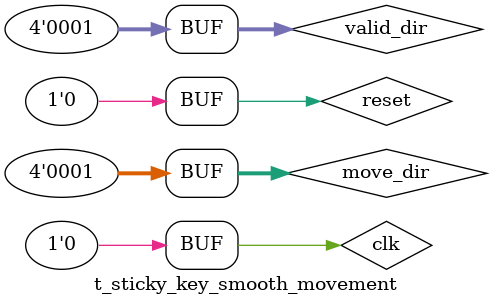
<source format=v>
`timescale 1ns / 1ps


module t_sticky_key_smooth_movement;

	// Inputs
	reg [3:0] move_dir;
	reg [3:0] valid_dir;
	reg reset;
	reg clk;

	// Outputs
	wire [9:0] position_x;
	wire [8:0] position_y;

	// Instantiate the Unit Under Test (UUT)
	sticky_key_smooth_motion uut (
		.position_x(position_x), 
		.position_y(position_y), 
		.move_dir(move_dir), 
		.valid_dir(valid_dir), 
		.reset(reset), 
		.clk(clk)
	);

	initial begin
		// Initialize Inputs
		move_dir = 0;
		valid_dir = 0;
		reset = 0;
		clk = 0;

		// Wait 100 ns for global reset to finish
		#100;
      #10 clk = 1; #10 clk = 0;
		reset = 1;
		#10 clk = 1; #10 clk = 0;
		reset = 0;
		#10 clk = 1; #10 clk = 0;
		move_dir = 4'b0010;
		valid_dir = 4'b0111;
		#10 clk = 1; #10 clk = 0;
		#10 clk = 1; #10 clk = 0;
		#10 clk = 1; #10 clk = 0;
		move_dir = 4'b0100;
		#10 clk = 1; #10 clk = 0;
		#10 clk = 1; #10 clk = 0;
		#10 clk = 1; #10 clk = 0;
		#10 clk = 1; #10 clk = 0;
		#10 clk = 1; #10 clk = 0;
		#10 clk = 1; #10 clk = 0;
		#10 clk = 1; #10 clk = 0;
		#10 clk = 1; #10 clk = 0;
		#10 clk = 1; #10 clk = 0;
		#10 clk = 1; #10 clk = 0;
		#10 clk = 1; #10 clk = 0;
		#10 clk = 1; #10 clk = 0;
		#10 clk = 1; #10 clk = 0;
		#10 clk = 1; #10 clk = 0;
		#10 clk = 1; #10 clk = 0;
		#10 clk = 1; #10 clk = 0;
		#10 clk = 1; #10 clk = 0;
		#10 clk = 1; #10 clk = 0;
		#10 clk = 1; #10 clk = 0;
		valid_dir = 4'b0110;
		#10 clk = 1; #10 clk = 0;
		#10 clk = 1; #10 clk = 0;
		#10 clk = 1; #10 clk = 0;
		#10 clk = 1; #10 clk = 0;
		move_dir = 4'b0010;
		#10 clk = 1; #10 clk = 0;
		#10 clk = 1; #10 clk = 0;		
		#10 clk = 1; #10 clk = 0;
		#10 clk = 1; #10 clk = 0;
		#10 clk = 1; #10 clk = 0;
		move_dir = 4'b0001;
		#10 clk = 1; #10 clk = 0;
		#10 clk = 1; #10 clk = 0;
		#10 clk = 1; #10 clk = 0;
		#10 clk = 1; #10 clk = 0;
		#10 clk = 1; #10 clk = 0;
		#10 clk = 1; #10 clk = 0;
		#10 clk = 1; #10 clk = 0;
		#10 clk = 1; #10 clk = 0;
		valid_dir = 4'b0001;
		#10 clk = 1; #10 clk = 0;
		#10 clk = 1; #10 clk = 0;
		#10 clk = 1; #10 clk = 0;
		#10 clk = 1; #10 clk = 0;
		#10 clk = 1; #10 clk = 0;
		// Add stimulus here

	end
      
endmodule


</source>
